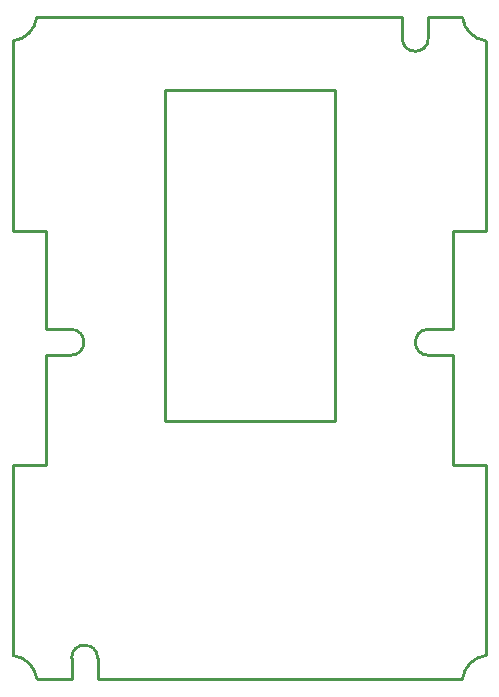
<source format=gko>
G04*
G04 #@! TF.GenerationSoftware,Altium Limited,Altium Designer,21.8.1 (53)*
G04*
G04 Layer_Color=16711935*
%FSLAX44Y44*%
%MOMM*%
G71*
G04*
G04 #@! TF.SameCoordinates,AB37972B-B867-4A51-B999-E3EAE1E61F53*
G04*
G04*
G04 #@! TF.FilePolarity,Positive*
G04*
G01*
G75*
%ADD10C,0.2540*%
D10*
X353896Y297270D02*
G03*
X353896Y275270I0J-11000D01*
G01*
X402500Y21074D02*
G03*
X382696Y1270I3000J-22803D01*
G01*
X73797Y18874D02*
G03*
X51797Y18874I-11000J0D01*
G01*
X22304Y1270D02*
G03*
X2500Y21074I-22803J-3000D01*
G01*
X51104Y275270D02*
G03*
X51104Y297270I0J11000D01*
G01*
X2500Y541466D02*
G03*
X22304Y561270I-3000J22803D01*
G01*
X331739Y543666D02*
G03*
X353739Y543666I11000J0D01*
G01*
X382696Y561270D02*
G03*
X402500Y541466I22803J3000D01*
G01*
X130500Y220000D02*
Y500000D01*
Y220000D02*
X274500D01*
Y500000D01*
X130500D02*
X274500D01*
X402500Y380270D02*
Y541466D01*
X374500Y380270D02*
X402500D01*
X374500Y297270D02*
Y380270D01*
X353896Y297270D02*
X374500D01*
X353896Y275270D02*
X374500D01*
Y182270D02*
Y275270D01*
Y182270D02*
X402500D01*
Y21074D02*
Y182270D01*
X73797Y1270D02*
X382696D01*
X73797D02*
Y18874D01*
X51797Y1270D02*
Y18874D01*
X22304Y1270D02*
X51797D01*
X2500Y21074D02*
Y182270D01*
X30500D01*
Y275270D01*
X51104D01*
X30500Y297270D02*
X51104D01*
X30500D02*
Y380270D01*
X2500D02*
X30500D01*
X2500D02*
Y541466D01*
X22304Y561270D02*
X331739D01*
Y543666D02*
Y561270D01*
X353739Y543666D02*
Y561270D01*
X382696D01*
M02*

</source>
